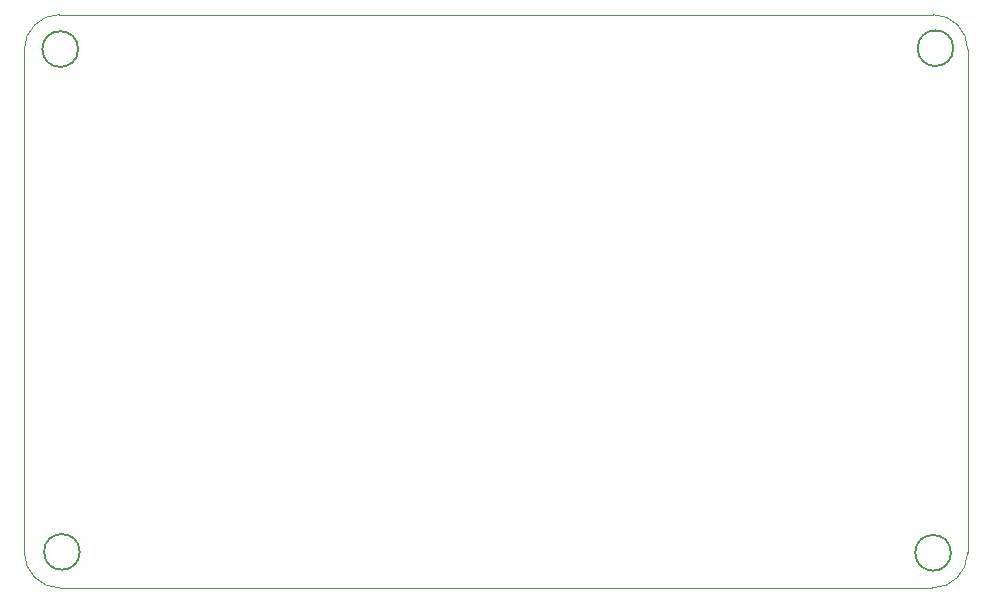
<source format=gbr>
%TF.GenerationSoftware,KiCad,Pcbnew,5.1.10*%
%TF.CreationDate,2021-08-02T03:21:32+08:00*%
%TF.ProjectId,HappyAAC-Type-A,48617070-7941-4414-932d-547970652d41,0.2e*%
%TF.SameCoordinates,Original*%
%TF.FileFunction,Profile,NP*%
%FSLAX46Y46*%
G04 Gerber Fmt 4.6, Leading zero omitted, Abs format (unit mm)*
G04 Created by KiCad (PCBNEW 5.1.10) date 2021-08-02 03:21:32*
%MOMM*%
%LPD*%
G01*
G04 APERTURE LIST*
%TA.AperFunction,Profile*%
%ADD10C,0.100000*%
%TD*%
%TA.AperFunction,Profile*%
%ADD11C,0.150000*%
%TD*%
G04 APERTURE END LIST*
D10*
X140004800Y-29718000D02*
X140004800Y-72364600D01*
X60134500Y-29781500D02*
X60134500Y-72301100D01*
X60134500Y-29781500D02*
G75*
G02*
X63119000Y-26797000I2984500J0D01*
G01*
X63182500Y-75349100D02*
G75*
G02*
X60134500Y-72301100I0J3048000D01*
G01*
X140004800Y-72364600D02*
G75*
G02*
X137020300Y-75349100I-2984500J0D01*
G01*
X137083800Y-26797000D02*
G75*
G02*
X140004800Y-29718000I0J-2921000D01*
G01*
X137020300Y-75349100D02*
X63182500Y-75349100D01*
X63119000Y-26797000D02*
X137083800Y-26797000D01*
D11*
X138593178Y-72364600D02*
G75*
G03*
X138593178Y-72364600I-1509378J0D01*
G01*
X64831578Y-72288400D02*
G75*
G03*
X64831578Y-72288400I-1509378J0D01*
G01*
X64691878Y-29718000D02*
G75*
G03*
X64691878Y-29718000I-1509378J0D01*
G01*
X138798300Y-29641800D02*
G75*
G03*
X138798300Y-29641800I-1509378J0D01*
G01*
M02*

</source>
